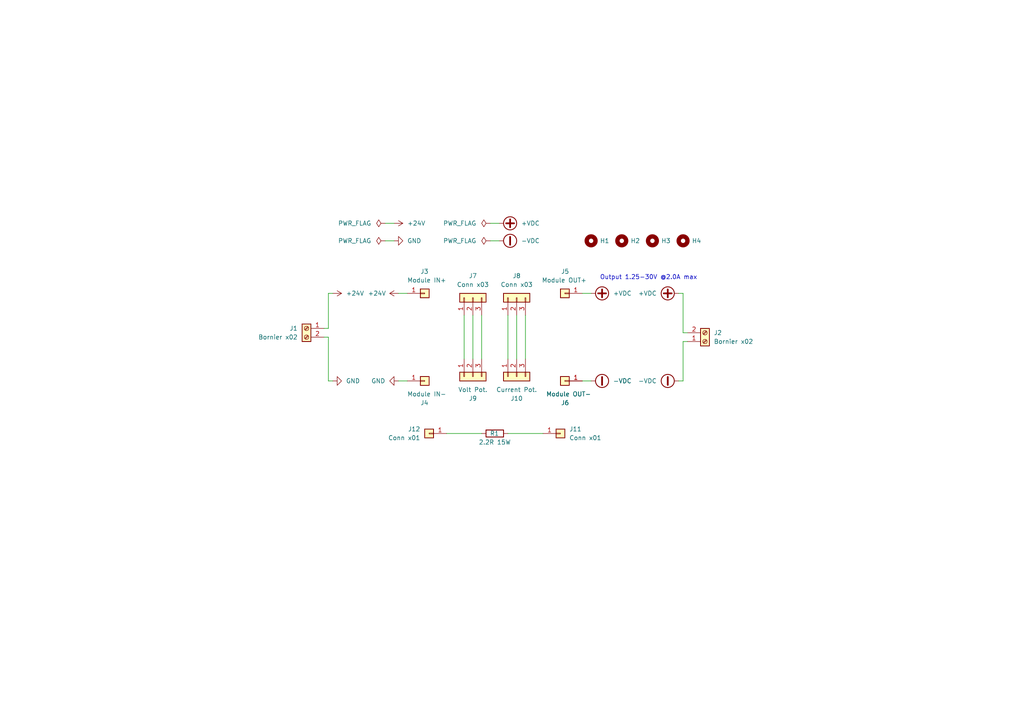
<source format=kicad_sch>
(kicad_sch (version 20211123) (generator eeschema)
  (paper "A4")
  (lib_symbols
    (symbol "Connector:Screw_Terminal_01x02" (pin_names (offset 1.016) hide)
      (property "Reference" "J" (at 0 2.54 0))
      (property "Value" "Screw_Terminal_01x02" (at 0 -5.08 0))
      (symbol "Screw_Terminal_01x02_1_1"
        (rectangle (start -1.27 1.27) (end 1.27 -3.81) (stroke (width 0.254)) (fill (type background)))
        (circle (center 0 -2.54) (radius 0.635) (stroke (width 0.1524)))
        (polyline (pts (xy -0.5334 -2.2098) (xy 0.3302 -3.048)) (stroke (width 0.1524)))
        (polyline (pts (xy -0.5334 0.3302) (xy 0.3302 -0.508)) (stroke (width 0.1524)))
        (polyline (pts (xy -0.3556 -2.032) (xy 0.508 -2.8702)) (stroke (width 0.1524)))
        (polyline (pts (xy -0.3556 0.508) (xy 0.508 -0.3302)) (stroke (width 0.1524)))
        (circle (center 0 0) (radius 0.635) (stroke (width 0.1524)))
        (pin passive line (at -5.08 0 0) (length 3.81) (name "Pin_1") (number "1"))
        (pin passive line (at -5.08 -2.54 0) (length 3.81) (name "Pin_2") (number "2"))
      )
    )
    (symbol "Connector_Generic:Conn_01x01" (pin_names (offset 1.016) hide)
      (property "Reference" "J" (at 0 2.54 0))
      (property "Value" "Conn_01x01" (at 0 -2.54 0))
      (symbol "Conn_01x01_1_1"
        (rectangle (start -1.27 0.127) (end 0 -0.127) (stroke (width 0.1524)))
        (rectangle (start -1.27 1.27) (end 1.27 -1.27) (stroke (width 0.254)) (fill (type background)))
        (pin passive line (at -5.08 0 0) (length 3.81) (name "Pin_1") (number "1"))
      )
    )
    (symbol "Connector_Generic:Conn_01x03" (pin_names (offset 1.016) hide)
      (property "Reference" "J" (at 0 5.08 0))
      (property "Value" "Conn_01x03" (at 0 -5.08 0))
      (symbol "Conn_01x03_1_1"
        (rectangle (start -1.27 -2.413) (end 0 -2.667) (stroke (width 0.1524)))
        (rectangle (start -1.27 0.127) (end 0 -0.127) (stroke (width 0.1524)))
        (rectangle (start -1.27 2.667) (end 0 2.413) (stroke (width 0.1524)))
        (rectangle (start -1.27 3.81) (end 1.27 -3.81) (stroke (width 0.254)) (fill (type background)))
        (pin passive line (at -5.08 2.54 0) (length 3.81) (name "Pin_1") (number "1"))
        (pin passive line (at -5.08 0 0) (length 3.81) (name "Pin_2") (number "2"))
        (pin passive line (at -5.08 -2.54 0) (length 3.81) (name "Pin_3") (number "3"))
      )
    )
    (symbol "Device:R" (pin_numbers hide) (pin_names (offset 0))
      (property "Reference" "R" (at 2.032 0 90))
      (property "Value" "R" (at 0 0 90))
      (symbol "R_0_1"
        (rectangle (start -1.016 -2.54) (end 1.016 2.54) (stroke (width 0.254)))
      )
      (symbol "R_1_1"
        (pin passive line (at 0 3.81 270) (length 1.27) (name "~") (number "1"))
        (pin passive line (at 0 -3.81 90) (length 1.27) (name "~") (number "2"))
      )
    )
    (symbol "Mechanical:MountingHole" (pin_names (offset 1.016))
      (property "Reference" "H" (at 0 5.08 0))
      (property "Value" "MountingHole" (at 0 3.175 0))
      (symbol "MountingHole_0_1"
        (circle (center 0 0) (radius 1.27) (stroke (width 1.27)))
      )
    )
    (symbol "power:+24V" (power) (pin_names (offset 0))
      (property "Value" "+24V" (at 0 3.556 0))
      (symbol "+24V_0_1"
        (polyline (pts (xy -0.762 1.27) (xy 0 2.54)))
        (polyline (pts (xy 0 0) (xy 0 2.54)))
        (polyline (pts (xy 0 2.54) (xy 0.762 1.27)))
      )
      (symbol "+24V_1_1"
        (pin power_in line (at 0 0 90) (length 0) hide (name "+24V") (number "1"))
      )
    )
    (symbol "power:+VDC" (power) (pin_names (offset 0))
      (property "Value" "+VDC" (at 0 6.35 0))
      (symbol "+VDC_0_1"
        (polyline (pts (xy -1.143 3.175) (xy 1.143 3.175)) (stroke (width 0.508)))
        (polyline (pts (xy 0 0) (xy 0 1.27)))
        (polyline (pts (xy 0 2.032) (xy 0 4.318)) (stroke (width 0.508)))
        (circle (center 0 3.175) (radius 1.905) (stroke (width 0.254)))
      )
      (symbol "+VDC_1_1"
        (pin power_in line (at 0 0 90) (length 0) hide (name "+VDC") (number "1"))
      )
    )
    (symbol "power:-VDC" (power) (pin_names (offset 0))
      (property "Value" "-VDC" (at 0 6.35 0))
      (symbol "-VDC_0_1"
        (polyline (pts (xy -1.143 3.175) (xy 1.143 3.175)) (stroke (width 0.508)))
        (polyline (pts (xy 0 0) (xy 0 1.27)))
        (circle (center 0 3.175) (radius 1.905) (stroke (width 0.254)))
      )
      (symbol "-VDC_1_1"
        (pin power_in line (at 0 0 90) (length 0) hide (name "-VDC") (number "1"))
      )
    )
    (symbol "power:GND" (power) (pin_names (offset 0))
      (property "Value" "GND" (at 0 -3.81 0))
      (symbol "GND_0_1"
        (polyline (pts (xy 0 0) (xy 0 -1.27) (xy 1.27 -1.27) (xy 0 -2.54) (xy -1.27 -1.27) (xy 0 -1.27)))
      )
      (symbol "GND_1_1"
        (pin power_in line (at 0 0 270) (length 0) hide (name "GND") (number "1"))
      )
    )
    (symbol "power:PWR_FLAG" (power) (pin_numbers hide) (pin_names (offset 0) hide)
      (property "Value" "PWR_FLAG" (at 0 3.81 0))
      (symbol "PWR_FLAG_0_0"
        (pin power_out line (at 0 0 90) (length 0) (name "pwr") (number "1"))
      )
      (symbol "PWR_FLAG_0_1"
        (polyline (pts (xy 0 0) (xy 0 1.27) (xy -1.016 1.905) (xy 0 2.54) (xy 1.016 1.905) (xy 0 1.27)))
      )
    )
  )
  (wire (pts (xy 168.91 85.09) (xy 171.45 85.09)))
  (wire (pts (xy 95.25 85.09) (xy 96.52 85.09)))
  (wire (pts (xy 198.12 85.09) (xy 198.12 96.52)))
  (wire (pts (xy 196.85 110.49) (xy 198.12 110.49)))
  (wire (pts (xy 196.85 85.09) (xy 198.12 85.09)))
  (wire (pts (xy 147.32 91.44) (xy 147.32 104.14)))
  (wire (pts (xy 111.76 69.85) (xy 114.3 69.85)))
  (wire (pts (xy 95.25 85.09) (xy 95.25 95.25)))
  (wire (pts (xy 95.25 97.79) (xy 95.25 110.49)))
  (wire (pts (xy 129.54 125.73) (xy 139.7 125.73)))
  (wire (pts (xy 111.76 64.77) (xy 114.3 64.77)))
  (wire (pts (xy 95.25 110.49) (xy 96.52 110.49)))
  (wire (pts (xy 152.4 91.44) (xy 152.4 104.14)))
  (wire (pts (xy 115.57 85.09) (xy 118.11 85.09)))
  (wire (pts (xy 198.12 96.52) (xy 199.39 96.52)))
  (wire (pts (xy 168.91 110.49) (xy 171.45 110.49)))
  (wire (pts (xy 198.12 110.49) (xy 198.12 99.06)))
  (wire (pts (xy 95.25 97.79) (xy 93.98 97.79)))
  (wire (pts (xy 198.12 99.06) (xy 199.39 99.06)))
  (wire (pts (xy 142.24 64.77) (xy 144.78 64.77)))
  (wire (pts (xy 139.7 91.44) (xy 139.7 104.14)))
  (wire (pts (xy 142.24 69.85) (xy 144.78 69.85)))
  (wire (pts (xy 134.62 91.44) (xy 134.62 104.14)))
  (wire (pts (xy 149.86 91.44) (xy 149.86 104.14)))
  (wire (pts (xy 95.25 95.25) (xy 93.98 95.25)))
  (wire (pts (xy 147.32 125.73) (xy 157.48 125.73)))
  (wire (pts (xy 115.57 110.49) (xy 118.11 110.49)))
  (wire (pts (xy 137.16 91.44) (xy 137.16 104.14)))
  (text "Output 1.25-30V @2.0A max" (at 173.99 81.28 0) (effects (font (size 1.27 1.27)) (justify left bottom)))
  (symbol (lib_id "Connector_Generic:Conn_01x03") (at 137.16 109.22 90) (mirror x) (unit 1)
    (property "Reference" "J9" (at 137.16 115.57 90))
    (property "Value" "Volt Pot." (at 137.16 113.03 90))
    (property "Footprint" "Connector_Molex:Molex_KK-254_AE-6410-03A_1x03_P2.54mm_Vertical" (effects hide))
  )
  (symbol (lib_id "power:-VDC") (at 171.45 110.49 270) (unit 1)
    (property "Reference" "#PWR08" (effects hide))
    (property "Value" "-VDC" (at 177.8 110.4899 90) (effects (justify left)))
  )
  (symbol (lib_id "power:PWR_FLAG") (at 111.76 64.77 90) (unit 1)
    (property "Reference" "#FLG01" (effects hide))
    (property "Value" "PWR_FLAG" (at 102.87 64.77 90))
  )
  (symbol (lib_id "power:PWR_FLAG") (at 142.24 64.77 90) (unit 1)
    (property "Reference" "#FLG03" (effects hide))
    (property "Value" "PWR_FLAG" (at 133.35 64.77 90))
  )
  (symbol (lib_id "power:+VDC") (at 144.78 64.77 270) (mirror x) (unit 1)
    (property "Reference" "#PWR05" (effects hide))
    (property "Value" "+VDC" (at 151.13 64.7699 90) (effects (justify left)))
  )
  (symbol (lib_id "power:GND") (at 114.3 69.85 90) (unit 1)
    (property "Reference" "#PWR04" (effects hide))
    (property "Value" "GND" (at 118.11 69.85 90) (effects (justify right)))
  )
  (symbol (lib_id "Connector_Generic:Conn_01x03") (at 137.16 86.36 90) (unit 1)
    (property "Reference" "J7" (at 137.16 80.01 90))
    (property "Value" "Conn x03" (at 137.16 82.55 90))
    (property "Footprint" "Connector_PinHeader_2.54mm:PinHeader_1x03_P2.54mm_Vertical" (effects hide))
  )
  (symbol (lib_id "power:PWR_FLAG") (at 142.24 69.85 90) (unit 1)
    (property "Reference" "#FLG04" (effects hide))
    (property "Value" "PWR_FLAG" (at 133.35 69.85 90))
  )
  (symbol (lib_id "Connector_Generic:Conn_01x03") (at 149.86 86.36 90) (unit 1)
    (property "Reference" "J8" (at 149.86 80.01 90))
    (property "Value" "Conn x03" (at 149.86 82.55 90))
    (property "Footprint" "Connector_PinHeader_2.54mm:PinHeader_1x03_P2.54mm_Vertical" (effects hide))
  )
  (symbol (lib_id "power:+24V") (at 115.57 85.09 90) (unit 1)
    (property "Reference" "#PWR01" (effects hide))
    (property "Value" "+24V" (at 106.68 85.09 90) (effects (justify right)))
  )
  (symbol (lib_id "power:-VDC") (at 196.85 110.49 90) (mirror x) (unit 1)
    (property "Reference" "#PWR0104" (effects hide))
    (property "Value" "-VDC" (at 190.5 110.4899 90) (effects (justify left)))
  )
  (symbol (lib_id "power:PWR_FLAG") (at 111.76 69.85 90) (unit 1)
    (property "Reference" "#FLG02" (effects hide))
    (property "Value" "PWR_FLAG" (at 102.87 69.85 90))
  )
  (symbol (lib_id "power:GND") (at 96.52 110.49 90) (unit 1)
    (property "Reference" "#PWR0101" (effects hide))
    (property "Value" "GND" (at 100.33 110.49 90) (effects (justify right)))
  )
  (symbol (lib_id "Mechanical:MountingHole") (at 198.12 69.85 0) (unit 1)
    (property "Reference" "H4" (at 200.66 69.85 0) (effects (justify left)))
    (property "Value" "MountingHole" (effects hide))
    (property "Footprint" "MountingHole:MountingHole_2.1mm" (effects hide))
  )
  (symbol (lib_id "Connector_Generic:Conn_01x01") (at 123.19 110.49 0) (unit 1)
    (property "Reference" "J4" (at 121.92 116.84 0) (effects (justify left)))
    (property "Value" "Module IN-" (at 118.11 114.3 0) (effects (justify left)))
    (property "Footprint" "Connector_PinHeader_2.54mm:PinHeader_1x01_P2.54mm_Vertical" (effects hide))
  )
  (symbol (lib_id "Device:R") (at 143.51 125.73 90) (unit 1)
    (property "Reference" "R1" (at 144.78 125.73 90) (effects (justify left)))
    (property "Value" "2.2R 15W" (at 143.51 128.27 90))
    (property "Footprint" "Resistor_THT:R_Axial_Power_L48.0mm_W12.5mm_P55.88mm" (effects hide))
  )
  (symbol (lib_id "Connector_Generic:Conn_01x01") (at 162.56 125.73 0) (unit 1)
    (property "Reference" "J11" (at 165.1 124.4599 0) (effects (justify left)))
    (property "Value" "Conn x01" (at 165.1 126.9999 0) (effects (justify left)))
    (property "Footprint" "Connector_PinHeader_2.54mm:PinHeader_1x01_P2.54mm_Vertical" (effects hide))
  )
  (symbol (lib_id "Connector_Generic:Conn_01x01") (at 123.19 85.09 0) (unit 1)
    (property "Reference" "J3" (at 121.92 78.74 0) (effects (justify left)))
    (property "Value" "Module IN+" (at 118.11 81.28 0) (effects (justify left)))
    (property "Footprint" "Connector_PinHeader_2.54mm:PinHeader_1x01_P2.54mm_Vertical" (effects hide))
  )
  (symbol (lib_id "Mechanical:MountingHole") (at 180.34 69.85 0) (unit 1)
    (property "Reference" "H2" (at 182.88 69.85 0) (effects (justify left)))
    (property "Value" "MountingHole" (effects hide))
    (property "Footprint" "MountingHole:MountingHole_2.1mm" (effects hide))
  )
  (symbol (lib_id "Connector_Generic:Conn_01x01") (at 163.83 110.49 180) (unit 1)
    (property "Reference" "J6" (at 165.1 116.84 0) (effects (justify left)))
    (property "Value" "Module OUT-" (at 171.45 114.3 0) (effects (justify left)))
    (property "Footprint" "Connector_PinHeader_2.54mm:PinHeader_1x01_P2.54mm_Vertical" (effects hide))
  )
  (symbol (lib_id "Mechanical:MountingHole") (at 189.23 69.85 0) (unit 1)
    (property "Reference" "H3" (at 191.77 69.85 0) (effects (justify left)))
    (property "Value" "MountingHole" (effects hide))
    (property "Footprint" "MountingHole:MountingHole_2.1mm" (effects hide))
  )
  (symbol (lib_id "Connector_Generic:Conn_01x03") (at 149.86 109.22 90) (mirror x) (unit 1)
    (property "Reference" "J10" (at 149.86 115.57 90))
    (property "Value" "Current Pot." (at 149.86 113.03 90))
    (property "Footprint" "Connector_Molex:Molex_KK-254_AE-6410-03A_1x03_P2.54mm_Vertical" (effects hide))
  )
  (symbol (lib_id "power:-VDC") (at 144.78 69.85 270) (unit 1)
    (property "Reference" "#PWR06" (effects hide))
    (property "Value" "-VDC" (at 151.13 69.8499 90) (effects (justify left)))
  )
  (symbol (lib_id "power:+24V") (at 114.3 64.77 270) (unit 1)
    (property "Reference" "#PWR03" (effects hide))
    (property "Value" "+24V" (at 118.11 64.7699 90) (effects (justify left)))
  )
  (symbol (lib_id "Mechanical:MountingHole") (at 171.45 69.85 0) (unit 1)
    (property "Reference" "H1" (at 173.99 69.85 0) (effects (justify left)))
    (property "Value" "MountingHole" (effects hide))
    (property "Footprint" "MountingHole:MountingHole_2.1mm" (effects hide))
  )
  (symbol (lib_id "Connector:Screw_Terminal_01x02") (at 204.47 99.06 0) (mirror x) (unit 1)
    (property "Reference" "J2" (at 207.01 96.52 0) (effects (justify left)))
    (property "Value" "Bornier x02" (at 207.01 99.06 0) (effects (justify left)))
    (property "Footprint" "TerminalBlock:TerminalBlock_bornier-2_P5.08mm" (effects hide))
  )
  (symbol (lib_id "power:+VDC") (at 196.85 85.09 90) (unit 1)
    (property "Reference" "#PWR0102" (effects hide))
    (property "Value" "+VDC" (at 190.5 85.0899 90) (effects (justify left)))
  )
  (symbol (lib_id "Connector_Generic:Conn_01x01") (at 124.46 125.73 180) (unit 1)
    (property "Reference" "J12" (at 121.92 124.46 0) (effects (justify left)))
    (property "Value" "Conn x01" (at 121.92 127 0) (effects (justify left)))
    (property "Footprint" "Connector_PinHeader_2.54mm:PinHeader_1x01_P2.54mm_Vertical" (effects hide))
  )
  (symbol (lib_id "Connector_Generic:Conn_01x01") (at 163.83 85.09 180) (unit 1)
    (property "Reference" "J5" (at 165.1 78.74 0) (effects (justify left)))
    (property "Value" "Module OUT+" (at 170.18 81.28 0) (effects (justify left)))
    (property "Footprint" "Connector_PinHeader_2.54mm:PinHeader_1x01_P2.54mm_Vertical" (effects hide))
  )
  (symbol (lib_id "Connector:Screw_Terminal_01x02") (at 88.9 95.25 0) (mirror y) (unit 1)
    (property "Reference" "J1" (at 86.36 95.2499 0) (effects (justify left)))
    (property "Value" "Bornier x02" (at 86.36 97.7899 0) (effects (justify left)))
    (property "Footprint" "TerminalBlock:TerminalBlock_bornier-2_P5.08mm" (effects hide))
  )
  (symbol (lib_id "power:GND") (at 115.57 110.49 270) (unit 1)
    (property "Reference" "#PWR02" (effects hide))
    (property "Value" "GND" (at 111.76 110.49 90) (effects (justify right)))
  )
  (symbol (lib_id "power:+VDC") (at 171.45 85.09 270) (mirror x) (unit 1)
    (property "Reference" "#PWR07" (effects hide))
    (property "Value" "+VDC" (at 177.8 85.0899 90) (effects (justify left)))
  )
  (symbol (lib_id "power:+24V") (at 96.52 85.09 270) (unit 1)
    (property "Reference" "#PWR0103" (effects hide))
    (property "Value" "+24V" (at 100.33 85.0899 90) (effects (justify left)))
  )
)
</source>
